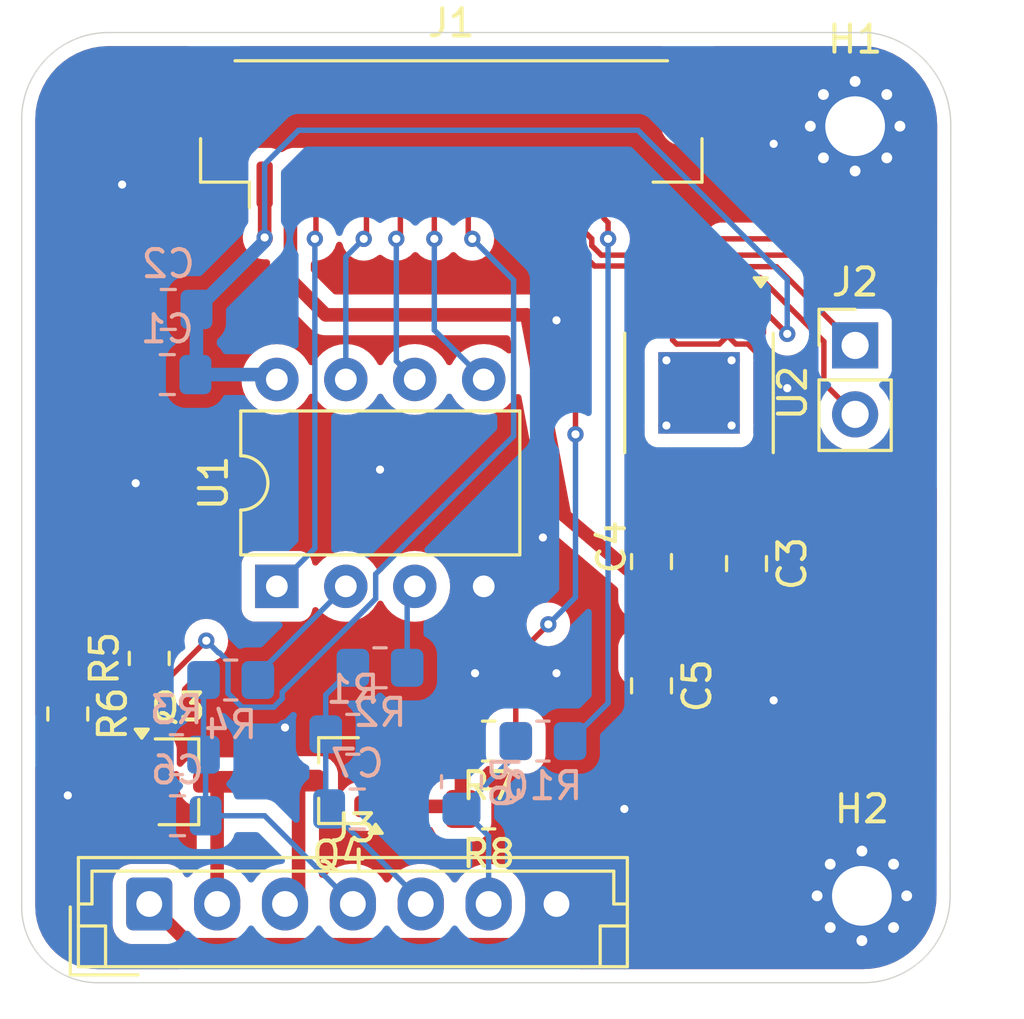
<source format=kicad_pcb>
(kicad_pcb (version 20240108) (generator "pcbnew") (generator_version "8.0")
  (layers (0 "F.Cu" signal) (31 "B.Cu" signal) (34 "B.Paste" user) (35 "F.Paste" user) (36 "B.SilkS" user "B.Silkscreen") (37 "F.SilkS" user "F.Silkscreen") (38 "B.Mask" user) (39 "F.Mask" user) (44 "Edge.Cuts" user))
  (net 0 "")
  (net 1 "GND")
  (net 2 "+3.3V")
  (net 3 "Net-(U2-VINT)")
  (net 4 "VM")
  (net 5 "CS")
  (net 6 "CLK")
  (net 7 "MISO")
  (net 8 "MOSI")
  (net 9 "CH0")
  (net 10 "CH1")
  (net 11 "Net-(U2-VCP)")
  (net 12 "AIN2")
  (net 13 "GATE1")
  (net 14 "GATE2")
  (net 15 "SWITCH")
  (net 16 "AIN1")
  (net 17 "Net-(J2-Pin_2)")
  (net 18 "Net-(J2-Pin_1)")
  (net 19 "DRAIN2")
  (net 20 "DRAIN1")
  (net 21 "Net-(J3-Pin_6)")
  (net 22 "Net-(Q3-G)")
  (net 23 "Net-(Q4-G)")
  (net 24 "Net-(U1-CH1)")
  (net 25 "Net-(U1-CH0)")
  (footprint "Connector_JST:JST_EH_B7B-EH-A_1x07_P2.50mm_Vertical" (layer "F.Cu") (at 113.5 104.5)
    (property "Reference" "J3" (at 7.5 -2.8 0) (layer "F.SilkS"))
    (property "Value" "Conn_01x07_Pin")
    (fp_line (start -2.91 0.11) (end -2.91 2.61) (stroke (width 0.12)) (layer "F.SilkS"))
    (fp_line (start -2.91 2.61) (end -0.41 2.61) (stroke (width 0.12)) (layer "F.SilkS"))
    (fp_line (start -2.61 -1.71) (end -2.61 2.31) (stroke (width 0.12)) (layer "F.SilkS"))
    (fp_line (start -2.61 0) (end -2.11 0) (stroke (width 0.12)) (layer "F.SilkS"))
    (fp_line (start -2.61 0.81) (end -1.61 0.81) (stroke (width 0.12)) (layer "F.SilkS"))
    (fp_line (start -2.61 2.31) (end 17.61 2.31) (stroke (width 0.12)) (layer "F.SilkS"))
    (fp_line (start -2.11 -1.21) (end 17.11 -1.21) (stroke (width 0.12)) (layer "F.SilkS"))
    (fp_line (start -2.11 0) (end -2.11 -1.21) (stroke (width 0.12)) (layer "F.SilkS"))
    (fp_line (start -1.61 0.81) (end -1.61 2.31) (stroke (width 0.12)) (layer "F.SilkS"))
    (fp_line (start 16.61 0.81) (end 16.61 2.31) (stroke (width 0.12)) (layer "F.SilkS"))
    (fp_line (start 17.11 -1.21) (end 17.11 0) (stroke (width 0.12)) (layer "F.SilkS"))
    (fp_line (start 17.11 0) (end 17.61 0) (stroke (width 0.12)) (layer "F.SilkS"))
    (fp_line (start 17.61 -1.71) (end -2.61 -1.71) (stroke (width 0.12)) (layer "F.SilkS"))
    (fp_line (start 17.61 0.81) (end 16.61 0.81) (stroke (width 0.12)) (layer "F.SilkS"))
    (fp_line (start 17.61 2.31) (end 17.61 -1.71) (stroke (width 0.12)) (layer "F.SilkS"))
    (pad "1" thru_hole roundrect (at 0 0) (size 1.7 1.95) (drill 0.95) (layers "*.Cu" "*.Mask") (roundrect_rratio 0.147059) (net 4 "VM"))
    (pad "2" thru_hole oval (at 2.5 0) (size 1.7 1.95) (drill 0.95) (layers "*.Cu" "*.Mask") (net 20 "DRAIN1"))
    (pad "3" thru_hole oval (at 5 0) (size 1.7 1.95) (drill 0.95) (layers "*.Cu" "*.Mask") (net 19 "DRAIN2"))
    (pad "4" thru_hole oval (at 7.5 0) (size 1.7 1.95) (drill 0.95) (layers "*.Cu" "*.Mask") (net 9 "CH0"))
    (pad "5" thru_hole oval (at 10 0) (size 1.7 1.95) (drill 0.95) (layers "*.Cu" "*.Mask") (net 10 "CH1"))
    (pad "6" thru_hole oval (at 12.5 0) (size 1.7 1.95) (drill 0.95) (layers "*.Cu" "*.Mask") (net 21 "Net-(J3-Pin_6)"))
    (pad "7" thru_hole oval (at 15 0) (size 1.7 1.95) (drill 0.95) (layers "*.Cu" "*.Mask") (net 1 "GND"))
  )
  (footprint "Capacitor_SMD:C_0805_2012Metric_Pad1.18x1.45mm_HandSolder" (layer "F.Cu") (at 132 91.8875 90)
    (property "Reference" "C4" (at 0.5375 -1.47 -90) (layer "F.SilkS"))
    (property "Value" "0.01uF, 16v ceramic X7R")
    (fp_line (start -0.261252 -0.735) (end 0.261252 -0.735) (stroke (width 0.12)) (layer "F.SilkS"))
    (fp_line (start -0.261252 0.735) (end 0.261252 0.735) (stroke (width 0.12)) (layer "F.SilkS"))
    (pad "1" smd roundrect (at -1.0375 0 90) (size 1.175 1.45) (layers "F.Cu" "F.Paste" "F.Mask") (roundrect_rratio 0.212766) (net 4 "VM"))
    (pad "2" smd roundrect (at 1.0375 0 90) (size 1.175 1.45) (layers "F.Cu" "F.Paste" "F.Mask") (roundrect_rratio 0.212766) (net 11 "Net-(U2-VCP)"))
  )
  (footprint "Package_SO:TSSOP-16-1EP_4.4x5mm_P0.65mm_EP3x3mm_ThermalVias" (layer "F.Cu") (at 133.75 85.675 -90)
    (property "Reference" "U2" (at 0 -3.45 90) (layer "F.SilkS"))
    (property "Value" "DRV8833PW")
    (fp_line (start 0 2.735) (end -2.2 2.735) (stroke (width 0.12)) (layer "F.SilkS"))
    (fp_line (start 0 2.735) (end 2.2 2.735) (stroke (width 0.12)) (layer "F.SilkS"))
    (fp_line (start 0 -2.735) (end -2.2 -2.735) (stroke (width 0.12)) (layer "F.SilkS"))
    (fp_line (start 0 -2.735) (end 2.2 -2.735) (stroke (width 0.12)) (layer "F.SilkS"))
    (fp_poly (pts (xy -3.91 -2.275) (xy -4.24 -2.515) (xy -4.24 -2.035) (xy -3.91 -2.275)) (stroke (width 0.12)) (fill solid) (layer "F.SilkS"))
    (pad "1" smd roundrect (at -2.875 -2.275 270) (size 1.55 0.4) (layers "F.Cu" "F.Paste" "F.Mask") (net 2 "+3.3V"))
    (pad "2" smd roundrect (at -2.875 -1.625 270) (size 1.55 0.4) (layers "F.Cu" "F.Paste" "F.Mask") (net 17 "Net-(J2-Pin_2)"))
    (pad "3" smd roundrect (at -2.875 -0.975 270) (size 1.55 0.4) (layers "F.Cu" "F.Paste" "F.Mask") (net 1 "GND"))
    (pad "4" smd roundrect (at -2.875 -0.325 270) (size 1.55 0.4) (layers "F.Cu" "F.Paste" "F.Mask") (net 18 "Net-(J2-Pin_1)"))
    (pad "5" smd roundrect (at -2.875 0.325 270) (size 1.55 0.4) (layers "F.Cu" "F.Paste" "F.Mask"))
    (pad "6" smd roundrect (at -2.875 0.975 270) (size 1.55 0.4) (layers "F.Cu" "F.Paste" "F.Mask") (net 1 "GND"))
    (pad "7" smd roundrect (at -2.875 1.625 270) (size 1.55 0.4) (layers "F.Cu" "F.Paste" "F.Mask"))
    (pad "8" smd roundrect (at -2.875 2.275 270) (size 1.55 0.4) (layers "F.Cu" "F.Paste" "F.Mask"))
    (pad "9" smd roundrect (at 2.875 2.275 270) (size 1.55 0.4) (layers "F.Cu" "F.Paste" "F.Mask"))
    (pad "10" smd roundrect (at 2.875 1.625 270) (size 1.55 0.4) (layers "F.Cu" "F.Paste" "F.Mask"))
    (pad "11" smd roundrect (at 2.875 0.975 270) (size 1.55 0.4) (layers "F.Cu" "F.Paste" "F.Mask") (net 11 "Net-(U2-VCP)"))
    (pad "12" smd roundrect (at 2.875 0.325 270) (size 1.55 0.4) (layers "F.Cu" "F.Paste" "F.Mask") (net 4 "VM"))
    (pad "13" smd roundrect (at 2.875 -0.325 270) (size 1.55 0.4) (layers "F.Cu" "F.Paste" "F.Mask") (net 1 "GND"))
    (pad "14" smd roundrect (at 2.875 -0.975 270) (size 1.55 0.4) (layers "F.Cu" "F.Paste" "F.Mask") (net 3 "Net-(U2-VINT)"))
    (pad "15" smd roundrect (at 2.875 -1.625 270) (size 1.55 0.4) (layers "F.Cu" "F.Paste" "F.Mask") (net 12 "AIN2"))
    (pad "16" smd roundrect (at 2.875 -2.275 270) (size 1.55 0.4) (layers "F.Cu" "F.Paste" "F.Mask") (net 16 "AIN1"))
    (pad "17" thru_hole circle (at -1.2 -1.2 270) (size 0.6 0.6) (drill 0.3) (property pad_prop_heatsink) (layers "*.Cu"))
    (pad "17" thru_hole circle (at -1.2 1.2 270) (size 0.6 0.6) (drill 0.3) (property pad_prop_heatsink) (layers "*.Cu"))
    (pad "17" smd rect (at 0 0 270) (size 3 3) (property pad_prop_heatsink) (layers "F.Cu" "F.Mask"))
    (pad "17" smd rect (at 0 0 270) (size 3 3) (property pad_prop_heatsink) (layers "B.Cu"))
    (pad "17" thru_hole circle (at 1.2 -1.2 270) (size 0.6 0.6) (drill 0.3) (property pad_prop_heatsink) (layers "*.Cu"))
    (pad "17" thru_hole circle (at 1.2 1.2 270) (size 0.6 0.6) (drill 0.3) (property pad_prop_heatsink) (layers "*.Cu"))
  )
  (footprint "Resistor_SMD:R_0805_2012Metric_Pad1.20x1.40mm_HandSolder" (layer "F.Cu") (at 113.5 95.455 90)
    (property "Reference" "R5" (at 0 -1.65 -90) (layer "F.SilkS"))
    (property "Value" "100")
    (fp_line (start -0.227064 -0.735) (end 0.227064 -0.735) (stroke (width 0.12)) (layer "F.SilkS"))
    (fp_line (start -0.227064 0.735) (end 0.227064 0.735) (stroke (width 0.12)) (layer "F.SilkS"))
    (pad "1" smd roundrect (at -1 0 90) (size 1.2 1.4) (layers "F.Cu" "F.Paste" "F.Mask") (roundrect_rratio 0.208333) (net 13 "GATE1"))
    (pad "2" smd roundrect (at 1 0 90) (size 1.2 1.4) (layers "F.Cu" "F.Paste" "F.Mask") (roundrect_rratio 0.208333) (net 22 "Net-(Q3-G)"))
  )
  (footprint "Connector_JST:JST_GH_BM12B-GHS-TBT_1x12-1MP_P1.25mm_Vertical" (layer "F.Cu") (at 124.625 76.05)
    (property "Reference" "J1" (at 0 -4 0) (layer "F.SilkS"))
    (property "Value" "Conn_01x12_Pin")
    (fp_line (start -9.235 0.26) (end -9.235 1.86) (stroke (width 0.12)) (layer "F.SilkS"))
    (fp_line (start -9.235 1.86) (end -7.435 1.86) (stroke (width 0.12)) (layer "F.SilkS"))
    (fp_line (start -7.965 -2.61) (end 7.965 -2.61) (stroke (width 0.12)) (layer "F.SilkS"))
    (fp_line (start -7.435 1.86) (end -7.435 2.8) (stroke (width 0.12)) (layer "F.SilkS"))
    (fp_line (start 9.235 0.26) (end 9.235 1.86) (stroke (width 0.12)) (layer "F.SilkS"))
    (fp_line (start 9.235 1.86) (end 7.435 1.86) (stroke (width 0.12)) (layer "F.SilkS"))
    (pad "1" smd roundrect (at -6.875 1.95) (size 0.6 1.7) (layers "F.Cu" "F.Paste" "F.Mask") (net 2 "+3.3V"))
    (pad "2" smd roundrect (at -5.625 1.95) (size 0.6 1.7) (layers "F.Cu" "F.Paste" "F.Mask") (net 4 "VM"))
    (pad "3" smd roundrect (at -4.375 1.95) (size 0.6 1.7) (layers "F.Cu" "F.Paste" "F.Mask") (net 5 "CS"))
    (pad "4" smd roundrect (at -3.125 1.95) (size 0.6 1.7) (layers "F.Cu" "F.Paste" "F.Mask") (net 6 "CLK"))
    (pad "5" smd roundrect (at -1.875 1.95) (size 0.6 1.7) (layers "F.Cu" "F.Paste" "F.Mask") (net 7 "MISO"))
    (pad "6" smd roundrect (at -0.625 1.95) (size 0.6 1.7) (layers "F.Cu" "F.Paste" "F.Mask") (net 8 "MOSI"))
    (pad "7" smd roundrect (at 0.625 1.95) (size 0.6 1.7) (layers "F.Cu" "F.Paste" "F.Mask") (net 13 "GATE1"))
    (pad "8" smd roundrect (at 1.875 1.95) (size 0.6 1.7) (layers "F.Cu" "F.Paste" "F.Mask") (net 14 "GATE2"))
    (pad "9" smd roundrect (at 3.125 1.95) (size 0.6 1.7) (layers "F.Cu" "F.Paste" "F.Mask") (net 16 "AIN1"))
    (pad "10" smd roundrect (at 4.375 1.95) (size 0.6 1.7) (layers "F.Cu" "F.Paste" "F.Mask") (net 12 "AIN2"))
    (pad "11" smd roundrect (at 5.625 1.95) (size 0.6 1.7) (layers "F.Cu" "F.Paste" "F.Mask") (net 15 "SWITCH"))
    (pad "12" smd roundrect (at 6.875 1.95) (size 0.6 1.7) (layers "F.Cu" "F.Paste" "F.Mask") (net 1 "GND"))
    (pad "MP" smd roundrect (at -8.725 -1.4) (size 1 2.8) (layers "F.Cu" "F.Paste" "F.Mask"))
    (pad "MP" smd roundrect (at 8.725 -1.4) (size 1 2.8) (layers "F.Cu" "F.Paste" "F.Mask"))
  )
  (footprint "Package_TO_SOT_SMD:SOT-23_Handsoldering" (layer "F.Cu") (at 120.5 99.955 180)
    (property "Reference" "Q4" (at 0 -2.75 180) (layer "F.SilkS"))
    (property "Value" "2N7002")
    (fp_line (start 0.76 1.58) (end 0.76 0.65) (stroke (width 0.12)) (layer "F.SilkS"))
    (fp_line (start 0.76 1.58) (end -0.7 1.58) (stroke (width 0.12)) (layer "F.SilkS"))
    (fp_line (start 0.76 -1.58) (end 0.76 -0.65) (stroke (width 0.12)) (layer "F.SilkS"))
    (fp_line (start -0.04 -1.58) (end 0.76 -1.58) (stroke (width 0.12)) (layer "F.SilkS"))
    (fp_line (start -0.04 -1.58) (end -0.84 -1.58) (stroke (width 0.12)) (layer "F.SilkS"))
    (fp_poly (pts (xy -1.34 -1.61) (xy -1.58 -1.94) (xy -1.1 -1.94) (xy -1.34 -1.61)) (stroke (width 0.12)) (fill solid) (layer "F.SilkS"))
    (pad "1" smd roundrect (at -1.5 -0.95 180) (size 1.9 0.8) (layers "F.Cu" "F.Paste" "F.Mask") (net 23 "Net-(Q4-G)"))
    (pad "2" smd roundrect (at -1.5 0.95 180) (size 1.9 0.8) (layers "F.Cu" "F.Paste" "F.Mask") (net 1 "GND"))
    (pad "3" smd roundrect (at 1.5 0 180) (size 1.9 0.8) (layers "F.Cu" "F.Paste" "F.Mask") (net 19 "DRAIN2"))
  )
  (footprint "Package_TO_SOT_SMD:SOT-23_Handsoldering" (layer "F.Cu") (at 114.5625 100)
    (property "Reference" "Q3" (at 0 -2.75 0) (layer "F.SilkS"))
    (property "Value" "2N7002")
    (fp_line (start -0.04 -1.58) (end -0.84 -1.58) (stroke (width 0.12)) (layer "F.SilkS"))
    (fp_line (start -0.04 -1.58) (end 0.76 -1.58) (stroke (width 0.12)) (layer "F.SilkS"))
    (fp_line (start 0.76 -1.58) (end 0.76 -0.65) (stroke (width 0.12)) (layer "F.SilkS"))
    (fp_line (start 0.76 1.58) (end -0.7 1.58) (stroke (width 0.12)) (layer "F.SilkS"))
    (fp_line (start 0.76 1.58) (end 0.76 0.65) (stroke (width 0.12)) (layer "F.SilkS"))
    (fp_poly (pts (xy -1.34 -1.61) (xy -1.58 -1.94) (xy -1.1 -1.94) (xy -1.34 -1.61)) (stroke (width 0.12)) (fill solid) (layer "F.SilkS"))
    (pad "1" smd roundrect (at -1.5 -0.95) (size 1.9 0.8) (layers "F.Cu" "F.Paste" "F.Mask") (net 22 "Net-(Q3-G)"))
    (pad "2" smd roundrect (at -1.5 0.95) (size 1.9 0.8) (layers "F.Cu" "F.Paste" "F.Mask") (net 1 "GND"))
    (pad "3" smd roundrect (at 1.5 0) (size 1.9 0.8) (layers "F.Cu" "F.Paste" "F.Mask") (net 20 "DRAIN1"))
  )
  (footprint "MountingHole:MountingHole_2.2mm_M2_Pad_Via" (layer "F.Cu") (at 139.75 104.2)
    (property "Reference" "H2" (at 0 -3.2 0) (layer "F.SilkS"))
    (property "Value" "M2")
    (pad "1" thru_hole circle (at -1.65 0) (size 0.7 0.7) (drill 0.4) (layers "*.Cu" "*.Mask") (net 1 "GND"))
    (pad "1" thru_hole circle (at -1.166726 -1.166726) (size 0.7 0.7) (drill 0.4) (layers "*.Cu" "*.Mask") (net 1 "GND"))
    (pad "1" thru_hole circle (at -1.166726 1.166726) (size 0.7 0.7) (drill 0.4) (layers "*.Cu" "*.Mask") (net 1 "GND"))
    (pad "1" thru_hole circle (at 0 -1.65) (size 0.7 0.7) (drill 0.4) (layers "*.Cu" "*.Mask") (net 1 "GND"))
    (pad "1" thru_hole circle (at 0 0) (size 4.4 4.4) (drill 2.2) (layers "*.Cu" "*.Mask") (net 1 "GND"))
    (pad "1" thru_hole circle (at 0 1.65) (size 0.7 0.7) (drill 0.4) (layers "*.Cu" "*.Mask") (net 1 "GND"))
    (pad "1" thru_hole circle (at 1.166726 -1.166726) (size 0.7 0.7) (drill 0.4) (layers "*.Cu" "*.Mask") (net 1 "GND"))
    (pad "1" thru_hole circle (at 1.166726 1.166726) (size 0.7 0.7) (drill 0.4) (layers "*.Cu" "*.Mask") (net 1 "GND"))
    (pad "1" thru_hole circle (at 1.65 0) (size 0.7 0.7) (drill 0.4) (layers "*.Cu" "*.Mask") (net 1 "GND"))
  )
  (footprint "Connector_PinHeader_2.54mm:PinHeader_1x02_P2.54mm_Vertical" (layer "F.Cu") (at 139.5 83.925)
    (property "Reference" "J2" (at 0 -2.33 0) (layer "F.SilkS"))
    (property "Value" "Conn_01x02_Pin")
    (fp_line (start -1.33 -1.33) (end 0 -1.33) (stroke (width 0.12)) (layer "F.SilkS"))
    (fp_line (start -1.33 0) (end -1.33 -1.33) (stroke (width 0.12)) (layer "F.SilkS"))
    (fp_line (start -1.33 1.27) (end -1.33 3.87) (stroke (width 0.12)) (layer "F.SilkS"))
    (fp_line (start -1.33 1.27) (end 1.33 1.27) (stroke (width 0.12)) (layer "F.SilkS"))
    (fp_line (start -1.33 3.87) (end 1.33 3.87) (stroke (width 0.12)) (layer "F.SilkS"))
    (fp_line (start 1.33 1.27) (end 1.33 3.87) (stroke (width 0.12)) (layer "F.SilkS"))
    (pad "1" thru_hole rect (at 0 0) (size 1.7 1.7) (drill 1) (layers "*.Cu" "*.Mask") (net 18 "Net-(J2-Pin_1)"))
    (pad "2" thru_hole oval (at 0 2.54) (size 1.7 1.7) (drill 1) (layers "*.Cu" "*.Mask") (net 17 "Net-(J2-Pin_2)"))
  )
  (footprint "Resistor_SMD:R_0805_2012Metric_Pad1.20x1.40mm_HandSolder" (layer "F.Cu") (at 126 101 180)
    (property "Reference" "R8" (at 0 -1.65 180) (layer "F.SilkS"))
    (property "Value" "10k")
    (fp_line (start -0.227064 0.735) (end 0.227064 0.735) (stroke (width 0.12)) (layer "F.SilkS"))
    (fp_line (start -0.227064 -0.735) (end 0.227064 -0.735) (stroke (width 0.12)) (layer "F.SilkS"))
    (pad "1" smd roundrect (at -1 0 180) (size 1.2 1.4) (layers "F.Cu" "F.Paste" "F.Mask") (roundrect_rratio 0.208333) (net 1 "GND"))
    (pad "2" smd roundrect (at 1 0 180) (size 1.2 1.4) (layers "F.Cu" "F.Paste" "F.Mask") (roundrect_rratio 0.208333) (net 23 "Net-(Q4-G)"))
  )
  (footprint "Resistor_SMD:R_0805_2012Metric_Pad1.20x1.40mm_HandSolder" (layer "F.Cu") (at 110.5 97.5 -90)
    (property "Reference" "R6" (at 0 -1.65 90) (layer "F.SilkS"))
    (property "Value" "10k")
    (fp_line (start -0.227064 0.735) (end 0.227064 0.735) (stroke (width 0.12)) (layer "F.SilkS"))
    (fp_line (start -0.227064 -0.735) (end 0.227064 -0.735) (stroke (width 0.12)) (layer "F.SilkS"))
    (pad "1" smd roundrect (at -1 0 270) (size 1.2 1.4) (layers "F.Cu" "F.Paste" "F.Mask") (roundrect_rratio 0.208333) (net 1 "GND"))
    (pad "2" smd roundrect (at 1 0 270) (size 1.2 1.4) (layers "F.Cu" "F.Paste" "F.Mask") (roundrect_rratio 0.208333) (net 22 "Net-(Q3-G)"))
  )
  (footprint "Capacitor_SMD:C_0805_2012Metric_Pad1.18x1.45mm_HandSolder" (layer "F.Cu") (at 132 96.4625 -90)
    (property "Reference" "C5" (at 0 -1.68 90) (layer "F.SilkS"))
    (property "Value" "10uF")
    (fp_line (start -0.261252 0.735) (end 0.261252 0.735) (stroke (width 0.12)) (layer "F.SilkS"))
    (fp_line (start -0.261252 -0.735) (end 0.261252 -0.735) (stroke (width 0.12)) (layer "F.SilkS"))
    (pad "1" smd roundrect (at -1.0375 0 270) (size 1.175 1.45) (layers "F.Cu" "F.Paste" "F.Mask") (roundrect_rratio 0.212766) (net 4 "VM"))
    (pad "2" smd roundrect (at 1.0375 0 270) (size 1.175 1.45) (layers "F.Cu" "F.Paste" "F.Mask") (roundrect_rratio 0.212766) (net 1 "GND"))
  )
  (footprint "Package_DIP:DIP-8_W7.62mm" (layer "F.Cu") (at 118.2 92.8 90)
    (property "Reference" "U1" (at 3.81 -2.33 -90) (layer "F.SilkS"))
    (property "Value" "MCP3002")
    (fp_line (start 6.46 -1.33) (end 4.81 -1.33) (stroke (width 0.12)) (layer "F.SilkS"))
    (fp_line (start 2.81 -1.33) (end 1.16 -1.33) (stroke (width 0.12)) (layer "F.SilkS"))
    (fp_line (start 1.16 -1.33) (end 1.16 8.95) (stroke (width 0.12)) (layer "F.SilkS"))
    (fp_line (start 6.46 8.95) (end 6.46 -1.33) (stroke (width 0.12)) (layer "F.SilkS"))
    (fp_line (start 1.16 8.95) (end 6.46 8.95) (stroke (width 0.12)) (layer "F.SilkS"))
    (fp_arc (start 4.81 -1.33) (mid 3.81 -0.33) (end 2.81 -1.33) (stroke (width 0.12)) (layer "F.SilkS"))
    (pad "1" thru_hole rect (at 0 0 90) (size 1.6 1.6) (drill 0.8) (layers "*.Cu" "*.Mask") (net 5 "CS"))
    (pad "2" thru_hole oval (at 0 2.54 90) (size 1.6 1.6) (drill 0.8) (layers "*.Cu" "*.Mask") (net 25 "Net-(U1-CH0)"))
    (pad "3" thru_hole oval (at 0 5.08 90) (size 1.6 1.6) (drill 0.8) (layers "*.Cu" "*.Mask") (net 24 "Net-(U1-CH1)"))
    (pad "4" thru_hole oval (at 0 7.62 90) (size 1.6 1.6) (drill 0.8) (layers "*.Cu" "*.Mask") (net 1 "GND"))
    (pad "5" thru_hole oval (at 7.62 7.62 90) (size 1.6 1.6) (drill 0.8) (layers "*.Cu" "*.Mask") (net 8 "MOSI"))
    (pad "6" thru_hole oval (at 7.62 5.08 90) (size 1.6 1.6) (drill 0.8) (layers "*.Cu" "*.Mask") (net 7 "MISO"))
    (pad "7" thru_hole oval (at 7.62 2.54 90) (size 1.6 1.6) (drill 0.8) (layers "*.Cu" "*.Mask") (net 6 "CLK"))
    (pad "8" thru_hole oval (at 7.62 0 90) (size 1.6 1.6) (drill 0.8) (layers "*.Cu" "*.Mask") (net 2 "+3.3V"))
  )
  (footprint "Capacitor_SMD:C_0805_2012Metric_Pad1.18x1.45mm_HandSolder" (layer "F.Cu") (at 135.5 91.9625 -90)
    (property "Reference" "C3" (at 0 -1.68 90) (layer "F.SilkS"))
    (property "Value" "2.2uF 6.3v")
    (fp_line (start -0.261252 0.735) (end 0.261252 0.735) (stroke (width 0.12)) (layer "F.SilkS"))
    (fp_line (start -0.261252 -0.735) (end 0.261252 -0.735) (stroke (width 0.12)) (layer "F.SilkS"))
    (pad "1" smd roundrect (at -1.0375 0 270) (size 1.175 1.45) (layers "F.Cu" "F.Paste" "F.Mask") (roundrect_rratio 0.212766) (net 3 "Net-(U2-VINT)"))
    (pad "2" smd roundrect (at 1.0375 0 270) (size 1.175 1.45) (layers "F.Cu" "F.Paste" "F.Mask") (roundrect_rratio 0.212766) (net 1 "GND"))
  )
  (footprint "MountingHole:MountingHole_2.2mm_M2_Pad_Via" (layer "F.Cu") (at 139.5 75.85)
    (property "Reference" "H1" (at 0 -3.2 0) (layer "F.SilkS"))
    (property "Value" "M1")
    (pad "1" thru_hole circle (at -1.65 0) (size 0.7 0.7) (drill 0.4) (layers "*.Cu" "*.Mask") (net 1 "GND"))
    (pad "1" thru_hole circle (at -1.166726 -1.166726) (size 0.7 0.7) (drill 0.4) (layers "*.Cu" "*.Mask") (net 1 "GND"))
    (pad "1" thru_hole circle (at -1.166726 1.166726) (size 0.7 0.7) (drill 0.4) (layers "*.Cu" "*.Mask") (net 1 "GND"))
    (pad "1" thru_hole circle (at 0 -1.65) (size 0.7 0.7) (drill 0.4) (layers "*.Cu" "*.Mask") (net 1 "GND"))
    (pad "1" thru_hole circle (at 0 0) (size 4.4 4.4) (drill 2.2) (layers "*.Cu" "*.Mask") (net 1 "GND"))
    (pad "1" thru_hole circle (at 0 1.65) (size 0.7 0.7) (drill 0.4) (layers "*.Cu" "*.Mask") (net 1 "GND"))
    (pad "1" thru_hole circle (at 1.166726 -1.166726) (size 0.7 0.7) (drill 0.4) (layers "*.Cu" "*.Mask") (net 1 "GND"))
    (pad "1" thru_hole circle (at 1.166726 1.166726) (size 0.7 0.7) (drill 0.4) (layers "*.Cu" "*.Mask") (net 1 "GND"))
    (pad "1" thru_hole circle (at 1.65 0) (size 0.7 0.7) (drill 0.4) (layers "*.Cu" "*.Mask") (net 1 "GND"))
  )
  (footprint "Resistor_SMD:R_0805_2012Metric_Pad1.20x1.40mm_HandSolder" (layer "F.Cu") (at 126 98.5 180)
    (property "Reference" "R7" (at 0 -1.65 180) (layer "F.SilkS"))
    (property "Value" "100")
    (fp_line (start -0.227064 0.735) (end 0.227064 0.735) (stroke (width 0.12)) (layer "F.SilkS"))
    (fp_line (start -0.227064 -0.735) (end 0.227064 -0.735) (stroke (width 0.12)) (layer "F.SilkS"))
    (pad "1" smd roundrect (at -1 0 180) (size 1.2 1.4) (layers "F.Cu" "F.Paste" "F.Mask") (roundrect_rratio 0.208333) (net 14 "GATE2"))
    (pad "2" smd roundrect (at 1 0 180) (size 1.2 1.4) (layers "F.Cu" "F.Paste" "F.Mask") (roundrect_rratio 0.208333) (net 23 "Net-(Q4-G)"))
  )
  (footprint "Capacitor_SMD:C_0805_2012Metric_Pad1.18x1.45mm_HandSolder" (layer "B.Cu") (at 114.1625 85 180)
    (property "Reference" "C1" (at 0 1.68 180) (layer "B.SilkS") (effects (justify mirror)))
    (property "Value" "100nF")
    (fp_line (start 0.261252 0.735) (end -0.261252 0.735) (stroke (width 0.12)) (layer "B.SilkS"))
    (fp_line (start 0.261252 -0.735) (end -0.261252 -0.735) (stroke (width 0.12)) (layer "B.SilkS"))
    (pad "1" smd roundrect (at -1.0375 0 180) (size 1.175 1.45) (layers "B.Cu" "B.Paste" "B.Mask") (roundrect_rratio 0.212766) (net 2 "+3.3V"))
    (pad "2" smd roundrect (at 1.0375 0 180) (size 1.175 1.45) (layers "B.Cu" "B.Paste" "B.Mask") (roundrect_rratio 0.212766) (net 1 "GND"))
  )
  (footprint "Capacitor_SMD:C_0805_2012Metric_Pad1.18x1.45mm_HandSolder" (layer "B.Cu") (at 114.2 82.6 180)
    (property "Reference" "C2" (at 0 1.68 180) (layer "B.SilkS") (effects (justify mirror)))
    (property "Value" "10nF")
    (fp_line (start 0.261252 0.735) (end -0.261252 0.735) (stroke (width 0.12)) (layer "B.SilkS"))
    (fp_line (start 0.261252 -0.735) (end -0.261252 -0.735) (stroke (width 0.12)) (layer "B.SilkS"))
    (pad "1" smd roundrect (at -1.0375 0 180) (size 1.175 1.45) (layers "B.Cu" "B.Paste" "B.Mask") (roundrect_rratio 0.212766) (net 2 "+3.3V"))
    (pad "2" smd roundrect (at 1.0375 0 180) (size 1.175 1.45) (layers "B.Cu" "B.Paste" "B.Mask") (roundrect_rratio 0.212766) (net 1 "GND"))
  )
  (footprint "Resistor_SMD:R_0805_2012Metric_Pad1.20x1.40mm_HandSolder" (layer "B.Cu") (at 122 95.8)
    (property "Reference" "R2" (at 0 1.65 0) (layer "B.SilkS") (effects (justify mirror)))
    (property "Value" "20k")
    (fp_line (start 0.227064 -0.735) (end -0.227064 -0.735) (stroke (width 0.12)) (layer "B.SilkS"))
    (fp_line (start 0.227064 0.735) (end -0.227064 0.735) (stroke (width 0.12)) (layer "B.SilkS"))
    (pad "1" smd roundrect (at -1 0) (size 1.2 1.4) (layers "B.Cu" "B.Paste" "B.Mask") (roundrect_rratio 0.208333) (net 10 "CH1"))
    (pad "2" smd roundrect (at 1 0) (size 1.2 1.4) (layers "B.Cu" "B.Paste" "B.Mask") (roundrect_rratio 0.208333) (net 24 "Net-(U1-CH1)"))
  )
  (footprint "Resistor_SMD:R_0805_2012Metric_Pad1.20x1.40mm_HandSolder" (layer "B.Cu") (at 128 98.5)
    (property "Reference" "R10" (at 0 1.65 0) (layer "B.SilkS") (effects (justify mirror)))
    (property "Value" "20k")
    (fp_line (start 0.227064 -0.735) (end -0.227064 -0.735) (stroke (width 0.12)) (layer "B.SilkS"))
    (fp_line (start 0.227064 0.735) (end -0.227064 0.735) (stroke (width 0.12)) (layer "B.SilkS"))
    (pad "1" smd roundrect (at -1 0) (size 1.2 1.4) (layers "B.Cu" "B.Paste" "B.Mask") (roundrect_rratio 0.208333) (net 21 "Net-(J3-Pin_6)"))
    (pad "2" smd roundrect (at 1 0) (size 1.2 1.4) (layers "B.Cu" "B.Paste" "B.Mask") (roundrect_rratio 0.208333) (net 15 "SWITCH"))
  )
  (footprint "Resistor_SMD:R_0805_2012Metric_Pad1.20x1.40mm_HandSolder" (layer "B.Cu") (at 114.5 99 180)
    (property "Reference" "R3" (at 0 1.65 180) (layer "B.SilkS") (effects (justify mirror)))
    (property "Value" "10k")
    (fp_line (start 0.227064 0.735) (end -0.227064 0.735) (stroke (width 0.12)) (layer "B.SilkS"))
    (fp_line (start 0.227064 -0.735) (end -0.227064 -0.735) (stroke (width 0.12)) (layer "B.SilkS"))
    (pad "1" smd roundrect (at -1 0 180) (size 1.2 1.4) (layers "B.Cu" "B.Paste" "B.Mask") (roundrect_rratio 0.208333) (net 9 "CH0"))
    (pad "2" smd roundrect (at 1 0 180) (size 1.2 1.4) (layers "B.Cu" "B.Paste" "B.Mask") (roundrect_rratio 0.208333) (net 1 "GND"))
  )
  (footprint "Resistor_SMD:R_0805_2012Metric_Pad1.20x1.40mm_HandSolder" (layer "B.Cu") (at 116.5 96.25)
    (property "Reference" "R4" (at 0 1.65 0) (layer "B.SilkS") (effects (justify mirror)))
    (property "Value" "20k")
    (fp_line (start 0.227064 -0.735) (end -0.227064 -0.735) (stroke (width 0.12)) (layer "B.SilkS"))
    (fp_line (start 0.227064 0.735) (end -0.227064 0.735) (stroke (width 0.12)) (layer "B.SilkS"))
    (pad "1" smd roundrect (at -1 0) (size 1.2 1.4) (layers "B.Cu" "B.Paste" "B.Mask") (roundrect_rratio 0.208333) (net 9 "CH0"))
    (pad "2" smd roundrect (at 1 0) (size 1.2 1.4) (layers "B.Cu" "B.Paste" "B.Mask") (roundrect_rratio 0.208333) (net 25 "Net-(U1-CH0)"))
  )
  (footprint "Resistor_SMD:R_0805_2012Metric_Pad1.20x1.40mm_HandSolder" (layer "B.Cu") (at 121 98.25 180)
    (property "Reference" "R1" (at 0 1.65 180) (layer "B.SilkS") (effects (justify mirror)))
    (property "Value" "10k")
    (fp_line (start 0.227064 0.735) (end -0.227064 0.735) (stroke (width 0.12)) (layer "B.SilkS"))
    (fp_line (start 0.227064 -0.735) (end -0.227064 -0.735) (stroke (width 0.12)) (layer "B.SilkS"))
    (pad "1" smd roundrect (at -1 0 180) (size 1.2 1.4) (layers "B.Cu" "B.Paste" "B.Mask") (roundrect_rratio 0.208333) (net 1 "GND"))
    (pad "2" smd roundrect (at 1 0 180) (size 1.2 1.4) (layers "B.Cu" "B.Paste" "B.Mask") (roundrect_rratio 0.208333) (net 10 "CH1"))
  )
  (footprint "Resistor_SMD:R_0805_2012Metric_Pad1.20x1.40mm_HandSolder" (layer "B.Cu") (at 125 100 90)
    (property "Reference" "R9" (at 0 1.65 -90) (layer "B.SilkS") (effects (justify mirror)))
    (property "Value" "10k")
    (fp_line (start 0.227064 -0.735) (end -0.227064 -0.735) (stroke (width 0.12)) (layer "B.SilkS"))
    (fp_line (start 0.227064 0.735) (end -0.227064 0.735) (stroke (width 0.12)) (layer "B.SilkS"))
    (pad "1" smd roundrect (at -1 0 90) (size 1.2 1.4) (layers "B.Cu" "B.Paste" "B.Mask") (roundrect_rratio 0.208333) (net 21 "Net-(J3-Pin_6)"))
    (pad "2" smd roundrect (at 1 0 90) (size 1.2 1.4) (layers "B.Cu" "B.Paste" "B.Mask") (roundrect_rratio 0.208333) (net 1 "GND"))
  )
  (footprint "Capacitor_SMD:C_0805_2012Metric_Pad1.18x1.45mm_HandSolder" (layer "B.Cu") (at 121.1625 101 180)
    (property "Reference" "C7" (at 0 1.68 180) (layer "B.SilkS") (effects (justify mirror)))
    (property "Value" "10nF")
    (fp_line (start 0.261252 0.735) (end -0.261252 0.735) (stroke (width 0.12)) (layer "B.SilkS"))
    (fp_line (start 0.261252 -0.735) (end -0.261252 -0.735) (stroke (width 0.12)) (layer "B.SilkS"))
    (pad "1" smd roundrect (at -1.0375 0 180) (size 1.175 1.45) (layers "B.Cu" "B.Paste" "B.Mask") (roundrect_rratio 0.212766) (net 1 "GND"))
    (pad "2" smd roundrect (at 1.0375 0 180) (size 1.175 1.45) (layers "B.Cu" "B.Paste" "B.Mask") (roundrect_rratio 0.212766) (net 10 "CH1"))
  )
  (footprint "Capacitor_SMD:C_0805_2012Metric_Pad1.18x1.45mm_HandSolder" (layer "B.Cu") (at 114.5375 101.25 180)
    (property "Reference" "C6" (at 0 1.68 180) (layer "B.SilkS") (effects (justify mirror)))
    (property "Value" "10nF")
    (fp_line (start 0.261252 0.735) (end -0.261252 0.735) (stroke (width 0.12)) (layer "B.SilkS"))
    (fp_line (start 0.261252 -0.735) (end -0.261252 -0.735) (stroke (width 0.12)) (layer "B.SilkS"))
    (pad "1" smd roundrect (at -1.0375 0 180) (size 1.175 1.45) (layers "B.Cu" "B.Paste" "B.Mask") (roundrect_rratio 0.212766) (net 9 "CH0"))
    (pad "2" smd roundrect (at 1.0375 0 180) (size 1.175 1.45) (layers "B.Cu" "B.Paste" "B.Mask") (roundrect_rratio 0.212766) (net 1 "GND"))
  )
  (gr_arc (start 108.8 75.6) (mid 109.737258 73.337258) (end 112 72.4) (stroke (width 0.05)) (layer "Edge.Cuts"))
  (gr_line (start 140 72.400001) (end 112 72.4) (stroke (width 0.05)) (layer "Edge.Cuts"))
  (gr_arc (start 140 72.400001) (mid 142.158258 73.52507) (end 143.023448 75.8) (stroke (width 0.05)) (layer "Edge.Cuts"))
  (gr_arc (start 111.6 107.4) (mid 109.620101 106.579899) (end 108.8 104.6) (stroke (width 0.05)) (layer "Edge.Cuts"))
  (gr_line (start 143.023448 75.8) (end 143 104.2) (stroke (width 0.05)) (layer "Edge.Cuts"))
  (gr_line (start 108.8 104.6) (end 108.8 75.6) (stroke (width 0.05)) (layer "Edge.Cuts"))
  (gr_line (start 111.6 107.4) (end 139.8 107.4) (stroke (width 0.05)) (layer "Edge.Cuts"))
  (gr_arc (start 143 104.2) (mid 142.062742 106.462742) (end 139.8 107.4) (stroke (width 0.05)) (layer "Edge.Cuts"))
  (segment (start 134.075 91.575) (end 135.5 93) (width 0.2) (layer "F.Cu") (net 1))
  (segment (start 132.775 82.8) (end 132.775 83.725) (width 0.2) (layer "F.Cu") (net 1))
  (segment (start 132.925 83.875) (end 134.5 83.875) (width 0.2) (layer "F.Cu") (net 1))
  (segment (start 134.075 88.55) (end 134.075 91.575) (width 0.2) (layer "F.Cu") (net 1))
  (segment (start 135.106544 83.875) (end 135.55 83.875) (width 0.2) (layer "F.Cu") (net 1))
  (segment (start 135.55 83.875) (end 137 85.325) (width 0.2) (layer "F.Cu") (net 1))
  (segment (start 137 85.325) (end 137 85.5) (width 0.2) (layer "F.Cu") (net 1))
  (segment (start 134.5 83.875) (end 134.725 83.65) (width 0.2) (layer "F.Cu") (net 1))
  (segment (start 134.725 83.493456) (end 135.106544 83.875) (width 0.2) (layer "F.Cu") (net 1))
  (segment (start 134.725 83.65) (end 134.725 82.8) (width 0.2) (layer "F.Cu") (net 1))
  (segment (start 132.775 83.725) (end 132.925 83.875) (width 0.2) (layer "F.Cu") (net 1))
  (segment (start 134.725 82.8) (end 134.725 83.493456) (width 0.2) (layer "F.Cu") (net 1))
  (via (at 136.5 76.5) (size 0.6) (drill 0.3) (layers "F.Cu" "B.Cu") (net 1))
  (via (at 131 101) (size 0.6) (drill 0.3) (layers "F.Cu" "B.Cu") (net 1))
  (via (at 137 85.5) (size 0.6) (drill 0.3) (layers "F.Cu" "B.Cu") (net 1))
  (via (at 136.5 97) (size 0.6) (drill 0.3) (layers "F.Cu" "B.Cu") (net 1))
  (via (at 125.5 96) (size 0.6) (drill 0.3) (layers "F.Cu" "B.Cu") (net 1))
  (via (at 128 91) (size 0.6) (drill 0.3) (layers "F.Cu" "B.Cu") (net 1))
  (via (at 118.5 98) (size 0.6) (drill 0.3) (layers "F.Cu" "B.Cu") (net 1))
  (via (at 112.5 78) (size 0.6) (drill 0.3) (layers "F.Cu" "B.Cu") (net 1))
  (via (at 110.5 100.5) (size 0.6) (drill 0.3) (layers "F.Cu" "B.Cu") (net 1))
  (via (at 113 89) (size 0.6) (drill 0.3) (layers "F.Cu" "B.Cu") (net 1))
  (via (at 128.5 96) (size 0.6) (drill 0.3) (layers "F.Cu" "B.Cu") (net 1))
  (via (at 128.5 83) (size 0.6) (drill 0.3) (layers "F.Cu" "B.Cu") (net 1))
  (via (at 122 88.5) (size 0.6) (drill 0.3) (layers "F.Cu" "B.Cu") (net 1))
  (segment (start 136.3 82.8) (end 137 83.5) (width 0.2) (layer "F.Cu") (net 2))
  (segment (start 117.75 78) (end 117.75 79.95) (width 0.5) (layer "F.Cu") (net 2))
  (segment (start 136.025 82.8) (end 136.3 82.8) (width 0.2) (layer "F.Cu") (net 2))
  (segment (start 117.8 80) (end 117.75 79.95) (width 0.5) (layer "F.Cu") (net 2))
  (via (at 117.75 79.95) (size 0.6) (drill 0.3) (layers "F.Cu" "B.Cu") (net 2))
  (via (at 137 83.5) (size 0.6) (drill 0.3) (layers "F.Cu" "B.Cu") (net 2))
  (segment (start 117.75 77.25) (end 117.75 79.95) (width 0.2) (layer "B.Cu") (net 2))
  (segment (start 117.75 79.95) (end 117.75 80.0875) (width 0.5) (layer "B.Cu") (net 2))
  (segment (start 117.75 80.0875) (end 115.2375 82.6) (width 0.5) (layer "B.Cu") (net 2))
  (segment (start 137 81.5) (end 131.5 76) (width 0.2) (layer "B.Cu") (net 2))
  (segment (start 119 76) (end 117.75 77.25) (width 0.2) (layer "B.Cu") (net 2))
  (segment (start 118.02 85) (end 118.2 85.18) (width 0.5) (layer "B.Cu") (net 2))
  (segment (start 115.2375 84.9625) (end 115.2 85) (width 0.5) (layer "B.Cu") (net 2))
  (segment (start 131.5 76) (end 119 76) (width 0.2) (layer "B.Cu") (net 2))
  (segment (start 115.2 85) (end 118.02 85) (width 0.5) (layer "B.Cu") (net 2))
  (segment (start 137 83.5) (end 137 81.5) (width 0.2) (layer "B.Cu") (net 2))
  (segment (start 115.2375 82.6) (end 115.2375 84.9625) (width 0.5) (layer "B.Cu") (net 2))
  (segment (start 135.5 90.925) (end 134.725 90.15) (width 0.2) (layer "F.Cu") (net 3))
  (segment (start 134.725 90.15) (end 134.725 88.55) (width 0.2) (layer "F.Cu") (net 3))
  (segment (start 132 95.425) (end 133.175 96.6) (width 0.5) (layer "F.Cu") (net 4))
  (segment (start 132 92.925) (end 132 95.425) (width 0.5) (layer "F.Cu") (net 4))
  (segment (start 120 82.8) (end 127.4 82.8) (width 0.5) (layer "F.Cu") (net 4))
  (segment (start 119 78) (end 118.700001 78.299999) (width 0.5) (layer "F.Cu") (net 4))
  (segment (start 128.8 90.2) (end 132 92.925) (width 0.5) (layer "F.Cu") (net 4))
  (segment (start 133.175 96.6) (end 133.175 101.788478) (width 0.5) (layer "F.Cu") (net 4))
  (segment (start 133.425 88.55) (end 133.425 91.5) (width 0.5) (layer "F.Cu") (net 4))
  (segment (start 118.700001 78.299999) (end 118.700001 81.500001) (width 0.5) (layer "F.Cu") (net 4))
  (segment (start 118.700001 81.500001) (end 120 82.8) (width 0.5) (layer "F.Cu") (net 4))
  (segment (start 127.4 82.8) (end 128.8 90.2) (width 0.5) (layer "F.Cu") (net 4))
  (segment (start 115 106) (end 113.5 104.5) (width 0.5) (layer "F.Cu") (net 4))
  (segment (start 133.175 101.788478) (end 128.963478 106) (width 0.5) (layer "F.Cu") (net 4))
  (segment (start 128.963478 106) (end 115 106) (width 0.5) (layer "F.Cu") (net 4))
  (segment (start 133.425 91.5) (end 132 92.925) (width 0.5) (layer "F.Cu") (net 4))
  (segment (start 119.64 78.61) (end 119.64 79.96) (width 0.2) (layer "F.Cu") (net 5))
  (segment (start 119.64 79.96) (end 119.6 80) (width 0.2) (layer "F.Cu") (net 5))
  (segment (start 120.25 78) (end 119.64 78.61) (width 0.2) (layer "F.Cu") (net 5))
  (via (at 119.6 80) (size 0.6) (drill 0.3) (layers "F.Cu" "B.Cu") (net 5))
  (segment (start 119.6 80) (end 119.6 91.4) (width 0.2) (layer "B.Cu") (net 5))
  (segment (start 119.6 91.4) (end 118.2 92.8) (width 0.2) (layer "B.Cu") (net 5))
  (segment (start 121.5 79.9) (end 121.5 78) (width 0.2) (layer "F.Cu") (net 6))
  (segment (start 121.4 80) (end 121.5 79.9) (width 0.2) (layer "F.Cu") (net 6))
  (via (at 121.4 80) (size 0.6) (drill 0.3) (layers "F.Cu" "B.Cu") (net 6))
  (segment (start 120.74 80.66) (end 121.4 80) (width 0.2) (layer "B.Cu") (net 6))
  (segment (start 120.74 85.18) (end 120.74 80.66) (width 0.2) (layer "B.Cu") (net 6))
  (segment (start 122.75 79.85) (end 122.75 78) (width 0.2) (layer "F.Cu") (net 7))
  (segment (start 122.6 80) (end 122.75 79.85) (width 0.2) (layer "F.Cu") (net 7))
  (via (at 122.6 80) (size 0.6) (drill 0.3) (layers "F.Cu" "B.Cu") (net 7))
  (segment (start 122.6 84.5) (end 122.6 83.8) (width 0.2) (layer "B.Cu") (net 7))
  (segment (start 122.6 83.8) (end 122.6 83.2) (width 0.2) (layer "B.Cu") (net 7))
  (segment (start 122.6 83.2) (end 122.6 80) (width 0.2) (layer "B.Cu") (net 7))
  (segment (start 123.28 85.18) (end 122.6 84.5) (width 0.2) (layer "B.Cu") (net 7))
  (segment (start 124 80) (end 124 78) (width 0.2) (layer "F.Cu") (net 8))
  (via (at 124 80) (size 0.6) (drill 0.3) (layers "F.Cu" "B.Cu") (net 8))
  (segment (start 124 83.36) (end 124 83.2) (width 0.2) (layer "B.Cu") (net 8))
  (segment (start 124 83.2) (end 124 80) (width 0.2) (layer "B.Cu") (net 8))
  (segment (start 125.82 85.18) (end 124 83.36) (width 0.2) (layer "B.Cu") (net 8))
  (segment (start 115.575 101.25) (end 115.575 99.075) (width 0.2) (layer "B.Cu") (net 9))
  (segment (start 115.575 99.075) (end 115.5 99) (width 0.2) (layer "B.Cu") (net 9))
  (segment (start 117.75 101.25) (end 115.575 101.25) (width 0.2) (layer "B.Cu") (net 9))
  (segment (start 115.5 99) (end 115.5 96.25) (width 0.2) (layer "B.Cu") (net 9))
  (segment (start 121 104.5) (end 117.75 101.25) (width 0.2) (layer "B.Cu") (net 9))
  (segment (start 120.125 101) (end 120.125 100.875) (width 0.2) (layer "B.Cu") (net 10))
  (segment (start 120 100.75) (end 120 98.25) (width 0.2) (layer "B.Cu") (net 10))
  (segment (start 123.5 104.5) (end 123.5 104.375) (width 0.2) (layer "B.Cu") (net 10))
  (segment (start 123.5 104.375) (end 120.125 101) (width 0.2) (layer "B.Cu") (net 10))
  (segment (start 120 98.25) (end 120 96.8) (width 0.2) (layer "B.Cu") (net 10))
  (segment (start 120 96.8) (end 121 95.8) (width 0.2) (layer "B.Cu") (net 10))
  (segment (start 120.125 100.875) (end 120 100.75) (width 0.2) (layer "B.Cu") (net 10))
  (segment (start 132.775 90.075) (end 132.775 88.55) (width 0.2) (layer "F.Cu") (net 11))
  (segment (start 132 90.85) (end 132.775 90.075) (width 0.2) (layer "F.Cu") (net 11))
  (segment (start 141.8 88.765685) (end 141.8 82.2) (width 0.2) (layer "F.Cu") (net 12))
  (segment (start 135.375 89.324999) (end 135.675001 89.625) (width 0.2) (layer "F.Cu") (net 12))
  (segment (start 129.8 80) (end 129.8 80.248529) (width 0.2) (layer "F.Cu") (net 12))
  (segment (start 129.8 80) (end 129 79.2) (width 0.2) (layer "F.Cu") (net 12))
  (segment (start 135.375 88.55) (end 135.375 89.324999) (width 0.2) (layer "F.Cu") (net 12))
  (segment (start 141.8 82.2) (end 139.6 80) (width 0.2) (layer "F.Cu") (net 12))
  (segment (start 129 79.2) (end 129 78) (width 0.2) (layer "F.Cu") (net 12))
  (segment (start 140.940685 89.625) (end 141.8 88.765685) (width 0.2) (layer "F.Cu") (net 12))
  (segment (start 130.151471 80.6) (end 134 80.6) (width 0.2) (layer "F.Cu") (net 12))
  (segment (start 134.6 80) (end 139.6 80) (width 0.2) (layer "F.Cu") (net 12))
  (segment (start 135.675001 89.625) (end 140.940685 89.625) (width 0.2) (layer "F.Cu") (net 12))
  (segment (start 134 80.6) (end 134.6 80) (width 0.2) (layer "F.Cu") (net 12))
  (segment (start 129.8 80.248529) (end 130.151471 80.6) (width 0.2) (layer "F.Cu") (net 12))
  (segment (start 125.25 78) (end 125.25 79.85) (width 0.2) (layer "F.Cu") (net 13))
  (segment (start 115.6 94.8) (end 113.945 96.455) (width 0.2) (layer "F.Cu") (net 13))
  (segment (start 125.25 79.85) (end 125.4 80) (width 0.2) (layer "F.Cu") (net 13))
  (segment (start 113.945 96.455) (end 113.5 96.455) (width 0.2) (layer "F.Cu") (net 13))
  (via (at 125.4 80) (size 0.6) (drill 0.3) (layers "F.Cu" "B.Cu") (net 13))
  (via (at 115.6 94.8) (size 0.6) (drill 0.3) (layers "F.Cu" "B.Cu") (net 13))
  (segment (start 126.92 81.52) (end 126.92 87.264365) (width 0.2) (layer "B.Cu") (net 13))
  (segment (start 116.915256 97.25) (end 116.4 96.734744) (width 0.2) (layer "B.Cu") (net 13))
  (segment (start 116.084744 95.25) (end 116.05 95.25) (width 0.2) (layer "B.Cu") (net 13))
  (segment (start 118.4 96.695635) (end 118.4 96.934744) (width 0.2) (layer "B.Cu") (net 13))
  (segment (start 125.4 80) (end 126.92 81.52) (width 0.2) (layer "B.Cu") (net 13))
  (segment (start 116.4 95.565256) (end 116.084744 95.25) (width 0.2) (layer "B.Cu") (net 13))
  (segment (start 121.84 92.344365) (end 121.84 93.255635) (width 0.2) (layer "B.Cu") (net 13))
  (segment (start 121.84 93.255635) (end 118.4 96.695635) (width 0.2) (layer "B.Cu") (net 13))
  (segment (start 116.4 96.734744) (end 116.4 95.565256) (width 0.2) (layer "B.Cu") (net 13))
  (segment (start 118.4 96.934744) (end 118.084744 97.25) (width 0.2) (layer "B.Cu") (net 13))
  (segment (start 118.084744 97.25) (end 116.915256 97.25) (width 0.2) (layer "B.Cu") (net 13))
  (segment (start 126.92 87.264365) (end 121.84 92.344365) (width 0.2) (layer "B.Cu") (net 13))
  (segment (start 116.05 95.25) (end 115.6 94.8) (width 0.2) (layer "B.Cu") (net 13))
  (segment (start 127 95.4) (end 127 98.5) (width 0.2) (layer "F.Cu") (net 14))
  (segment (start 128.2 94.2) (end 127 95.4) (width 0.2) (layer "F.Cu") (net 14))
  (segment (start 126.5 78) (end 126.5 78.849999) (width 0.2) (layer "F.Cu") (net 14))
  (segment (start 126.5 78.849999) (end 128 80.349999) (width 0.2) (layer "F.Cu") (net 14))
  (segment (start 129.2 81.549999) (end 129.2 87.2) (width 0.2) (layer "F.Cu") (net 14))
  (segment (start 128 80.349999) (end 129.2 81.549999) (width 0.2) (layer "F.Cu") (net 14))
  (via (at 129.2 87.2) (size 0.6) (drill 0.3) (layers "F.Cu" "B.Cu") (net 14))
  (via (at 128.2 94.2) (size 0.6) (drill 0.3) (layers "F.Cu" "B.Cu") (net 14))
  (segment (start 129.2 93.2) (end 128.2 94.2) (width 0.2) (layer "B.Cu") (net 14))
  (segment (start 129.2 87.2) (end 129.2 93.2) (width 0.2) (layer "B.Cu") (net 14))
  (segment (start 130.4 79.4) (end 130.25 79.25) (width 0.2) (layer "F.Cu") (net 15))
  (segment (start 130.25 79.25) (end 130.25 78) (width 0.2) (layer "F.Cu") (net 15))
  (segment (start 130.4 80) (end 130.4 79.4) (width 0.2) (layer "F.Cu") (net 15))
  (via (at 130.4 80) (size 0.6) (drill 0.3) (layers "F.Cu" "B.Cu") (net 15))
  (segment (start 130.4 97.1) (end 130.4 80) (width 0.2) (layer "B.Cu") (net 15))
  (segment (start 129 98.5) (end 130.4 97.1) (width 0.2) (layer "B.Cu") (net 15))
  (segment (start 136.275 88.8) (end 141.2 88.8) (width 0.2) (layer "F.Cu") (net 16))
  (segment (start 134.6 80.6) (end 134.2 81) (width 0.2) (layer "F.Cu") (net 16))
  (segment (start 134.2 81) (end 129.900001 81) (width 0.2) (layer "F.Cu") (net 16))
  (segment (start 136.025 88.55) (end 136.275 88.8) (width 0.2) (layer "F.Cu") (net 16))
  (segment (start 127.75 78.849999) (end 127.75 78) (width 0.2) (layer "F.Cu") (net 16))
  (segment (start 139 80.6) (end 134.6 80.6) (width 0.2) (layer "F.Cu") (net 16))
  (segment (start 141.2 88.8) (end 141.2 82.8) (width 0.2) (layer "F.Cu") (net 16))
  (segment (start 129.900001 81) (end 127.75 78.849999) (width 0.2) (layer "F.Cu") (net 16))
  (segment (start 141.2 82.8) (end 139 80.6) (width 0.2) (layer "F.Cu") (net 16))
  (segment (start 135.375 82.8) (end 135.375 82.025001) (width 0.2) (layer "F.Cu") (net 17))
  (segment (start 135.975001 81.425) (end 135.993456 81.425) (width 0.2) (layer "F.Cu") (net 17))
  (segment (start 138.35 85.315) (end 139.5 86.465) (width 0.2) (layer "F.Cu") (net 17))
  (segment (start 135.993456 81.425) (end 138.35 83.781544) (width 0.2) (layer "F.Cu") (net 17))
  (segment (start 138.35 83.781544) (end 138.35 85.315) (width 0.2) (layer "F.Cu") (net 17))
  (segment (start 135.375 82.025001) (end 135.975001 81.425) (width 0.2) (layer "F.Cu") (net 17))
  (segment (start 135.075001 81.025) (end 136.6 81.025) (width 0.2) (layer "F.Cu") (net 18))
  (segment (start 136.6 81.025) (end 139.5 83.925) (width 0.2) (layer "F.Cu") (net 18))
  (segment (start 134.075 82.8) (end 134.075 82.025001) (width 0.2) (layer "F.Cu") (net 18))
  (segment (start 134.075 82.025001) (end 135.075001 81.025) (width 0.2) (layer "F.Cu") (net 18))
  (segment (start 119 104) (end 118.5 104.5) (width 0.5) (layer "F.Cu") (net 19))
  (segment (start 119 99.955) (end 119 104) (width 0.5) (layer "F.Cu") (net 19))
  (segment (start 116 104.5) (end 116 100.0625) (width 0.5) (layer "F.Cu") (net 20))
  (segment (start 116 100.0625) (end 116.0625 100) (width 0.5) (layer "F.Cu") (net 20))
  (segment (start 126 102) (end 125 101) (width 0.2) (layer "B.Cu") (net 21))
  (segment (start 125 101) (end 127 99) (width 0.2) (layer "B.Cu") (net 21))
  (segment (start 127 99) (end 127 98.5) (width 0.2) (layer "B.Cu") (net 21))
  (segment (start 126 104.5) (end 126 102) (width 0.2) (layer "B.Cu") (net 21))
  (segment (start 111.5 96.455) (end 111.5 97.5) (width 0.2) (layer "F.Cu") (net 22))
  (segment (start 111.5 97.5) (end 110.5 98.5) (width 0.2) (layer "F.Cu") (net 22))
  (segment (start 111.25 99.05) (end 113.0625 99.05) (width 0.2) (layer "F.Cu") (net 22))
  (segment (start 110.7 98.5) (end 111.25 99.05) (width 0.2) (layer "F.Cu") (net 22))
  (segment (start 113.5 94.455) (end 111.5 96.455) (width 0.2) (layer "F.Cu") (net 22))
  (segment (start 110.5 98.5) (end 110.7 98.5) (width 0.2) (layer "F.Cu") (net 22))
  (segment (start 125 98.5) (end 125 101) (width 0.5) (layer "F.Cu") (net 23))
  (segment (start 122 100.905) (end 124.905 100.905) (width 0.5) (layer "F.Cu") (net 23))
  (segment (start 124.905 100.905) (end 125 101) (width 0.5) (layer "F.Cu") (net 23))
  (segment (start 123 93.08) (end 123.28 92.8) (width 0.2) (layer "B.Cu") (net 24))
  (segment (start 123 95.8) (end 123 93.08) (width 0.2) (layer "B.Cu") (net 24))
  (segment (start 117.5 96.04) (end 120.74 92.8) (width 0.2) (layer "B.Cu") (net 25))
  (segment (start 117.5 96.25) (end 117.5 96.04) (width 0.2) (layer "B.Cu") (net 25))
  (zone (net 1) (net_name "GND") (layers "F&B.Cu") (connect_pads yes (clearance 0.5)) (min_thickness 0.25) (fill yes (thermal_gap 0.25) (thermal_bridge_width 0.25))
    (polygon (pts (xy 108.5 72.5) (xy 143 72.5) (xy 143 107.5) (xy 109 107.5)))
  )
)
</source>
